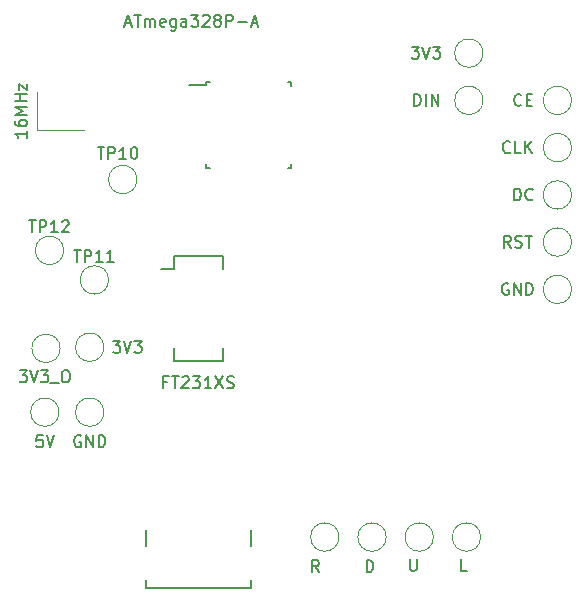
<source format=gbr>
%TF.GenerationSoftware,KiCad,Pcbnew,7.0.1*%
%TF.CreationDate,2023-07-17T15:28:08+02:00*%
%TF.ProjectId,Had_Konzole,4861645f-4b6f-46e7-9a6f-6c652e6b6963,rev?*%
%TF.SameCoordinates,Original*%
%TF.FileFunction,Legend,Top*%
%TF.FilePolarity,Positive*%
%FSLAX46Y46*%
G04 Gerber Fmt 4.6, Leading zero omitted, Abs format (unit mm)*
G04 Created by KiCad (PCBNEW 7.0.1) date 2023-07-17 15:28:08*
%MOMM*%
%LPD*%
G01*
G04 APERTURE LIST*
%ADD10C,0.150000*%
%ADD11C,0.120000*%
%ADD12C,0.127000*%
G04 APERTURE END LIST*
D10*
%TO.C,J14*%
X108261905Y-92462619D02*
X108880952Y-92462619D01*
X108880952Y-92462619D02*
X108547619Y-92843571D01*
X108547619Y-92843571D02*
X108690476Y-92843571D01*
X108690476Y-92843571D02*
X108785714Y-92891190D01*
X108785714Y-92891190D02*
X108833333Y-92938809D01*
X108833333Y-92938809D02*
X108880952Y-93034047D01*
X108880952Y-93034047D02*
X108880952Y-93272142D01*
X108880952Y-93272142D02*
X108833333Y-93367380D01*
X108833333Y-93367380D02*
X108785714Y-93415000D01*
X108785714Y-93415000D02*
X108690476Y-93462619D01*
X108690476Y-93462619D02*
X108404762Y-93462619D01*
X108404762Y-93462619D02*
X108309524Y-93415000D01*
X108309524Y-93415000D02*
X108261905Y-93367380D01*
X109166667Y-92462619D02*
X109500000Y-93462619D01*
X109500000Y-93462619D02*
X109833333Y-92462619D01*
X110071429Y-92462619D02*
X110690476Y-92462619D01*
X110690476Y-92462619D02*
X110357143Y-92843571D01*
X110357143Y-92843571D02*
X110500000Y-92843571D01*
X110500000Y-92843571D02*
X110595238Y-92891190D01*
X110595238Y-92891190D02*
X110642857Y-92938809D01*
X110642857Y-92938809D02*
X110690476Y-93034047D01*
X110690476Y-93034047D02*
X110690476Y-93272142D01*
X110690476Y-93272142D02*
X110642857Y-93367380D01*
X110642857Y-93367380D02*
X110595238Y-93415000D01*
X110595238Y-93415000D02*
X110500000Y-93462619D01*
X110500000Y-93462619D02*
X110214286Y-93462619D01*
X110214286Y-93462619D02*
X110119048Y-93415000D01*
X110119048Y-93415000D02*
X110071429Y-93367380D01*
%TO.C,J8*%
X133414286Y-110937619D02*
X133414286Y-111747142D01*
X133414286Y-111747142D02*
X133461905Y-111842380D01*
X133461905Y-111842380D02*
X133509524Y-111890000D01*
X133509524Y-111890000D02*
X133604762Y-111937619D01*
X133604762Y-111937619D02*
X133795238Y-111937619D01*
X133795238Y-111937619D02*
X133890476Y-111890000D01*
X133890476Y-111890000D02*
X133938095Y-111842380D01*
X133938095Y-111842380D02*
X133985714Y-111747142D01*
X133985714Y-111747142D02*
X133985714Y-110937619D01*
%TO.C,J13*%
X100357143Y-94962619D02*
X100976190Y-94962619D01*
X100976190Y-94962619D02*
X100642857Y-95343571D01*
X100642857Y-95343571D02*
X100785714Y-95343571D01*
X100785714Y-95343571D02*
X100880952Y-95391190D01*
X100880952Y-95391190D02*
X100928571Y-95438809D01*
X100928571Y-95438809D02*
X100976190Y-95534047D01*
X100976190Y-95534047D02*
X100976190Y-95772142D01*
X100976190Y-95772142D02*
X100928571Y-95867380D01*
X100928571Y-95867380D02*
X100880952Y-95915000D01*
X100880952Y-95915000D02*
X100785714Y-95962619D01*
X100785714Y-95962619D02*
X100500000Y-95962619D01*
X100500000Y-95962619D02*
X100404762Y-95915000D01*
X100404762Y-95915000D02*
X100357143Y-95867380D01*
X101261905Y-94962619D02*
X101595238Y-95962619D01*
X101595238Y-95962619D02*
X101928571Y-94962619D01*
X102166667Y-94962619D02*
X102785714Y-94962619D01*
X102785714Y-94962619D02*
X102452381Y-95343571D01*
X102452381Y-95343571D02*
X102595238Y-95343571D01*
X102595238Y-95343571D02*
X102690476Y-95391190D01*
X102690476Y-95391190D02*
X102738095Y-95438809D01*
X102738095Y-95438809D02*
X102785714Y-95534047D01*
X102785714Y-95534047D02*
X102785714Y-95772142D01*
X102785714Y-95772142D02*
X102738095Y-95867380D01*
X102738095Y-95867380D02*
X102690476Y-95915000D01*
X102690476Y-95915000D02*
X102595238Y-95962619D01*
X102595238Y-95962619D02*
X102309524Y-95962619D01*
X102309524Y-95962619D02*
X102214286Y-95915000D01*
X102214286Y-95915000D02*
X102166667Y-95867380D01*
X102976191Y-96057857D02*
X103738095Y-96057857D01*
X104166667Y-94962619D02*
X104357143Y-94962619D01*
X104357143Y-94962619D02*
X104452381Y-95010238D01*
X104452381Y-95010238D02*
X104547619Y-95105476D01*
X104547619Y-95105476D02*
X104595238Y-95295952D01*
X104595238Y-95295952D02*
X104595238Y-95629285D01*
X104595238Y-95629285D02*
X104547619Y-95819761D01*
X104547619Y-95819761D02*
X104452381Y-95915000D01*
X104452381Y-95915000D02*
X104357143Y-95962619D01*
X104357143Y-95962619D02*
X104166667Y-95962619D01*
X104166667Y-95962619D02*
X104071429Y-95915000D01*
X104071429Y-95915000D02*
X103976191Y-95819761D01*
X103976191Y-95819761D02*
X103928572Y-95629285D01*
X103928572Y-95629285D02*
X103928572Y-95295952D01*
X103928572Y-95295952D02*
X103976191Y-95105476D01*
X103976191Y-95105476D02*
X104071429Y-95010238D01*
X104071429Y-95010238D02*
X104166667Y-94962619D01*
%TO.C,U1*%
X109304762Y-65576904D02*
X109780952Y-65576904D01*
X109209524Y-65862619D02*
X109542857Y-64862619D01*
X109542857Y-64862619D02*
X109876190Y-65862619D01*
X110066667Y-64862619D02*
X110638095Y-64862619D01*
X110352381Y-65862619D02*
X110352381Y-64862619D01*
X110971429Y-65862619D02*
X110971429Y-65195952D01*
X110971429Y-65291190D02*
X111019048Y-65243571D01*
X111019048Y-65243571D02*
X111114286Y-65195952D01*
X111114286Y-65195952D02*
X111257143Y-65195952D01*
X111257143Y-65195952D02*
X111352381Y-65243571D01*
X111352381Y-65243571D02*
X111400000Y-65338809D01*
X111400000Y-65338809D02*
X111400000Y-65862619D01*
X111400000Y-65338809D02*
X111447619Y-65243571D01*
X111447619Y-65243571D02*
X111542857Y-65195952D01*
X111542857Y-65195952D02*
X111685714Y-65195952D01*
X111685714Y-65195952D02*
X111780953Y-65243571D01*
X111780953Y-65243571D02*
X111828572Y-65338809D01*
X111828572Y-65338809D02*
X111828572Y-65862619D01*
X112685714Y-65815000D02*
X112590476Y-65862619D01*
X112590476Y-65862619D02*
X112400000Y-65862619D01*
X112400000Y-65862619D02*
X112304762Y-65815000D01*
X112304762Y-65815000D02*
X112257143Y-65719761D01*
X112257143Y-65719761D02*
X112257143Y-65338809D01*
X112257143Y-65338809D02*
X112304762Y-65243571D01*
X112304762Y-65243571D02*
X112400000Y-65195952D01*
X112400000Y-65195952D02*
X112590476Y-65195952D01*
X112590476Y-65195952D02*
X112685714Y-65243571D01*
X112685714Y-65243571D02*
X112733333Y-65338809D01*
X112733333Y-65338809D02*
X112733333Y-65434047D01*
X112733333Y-65434047D02*
X112257143Y-65529285D01*
X113590476Y-65195952D02*
X113590476Y-66005476D01*
X113590476Y-66005476D02*
X113542857Y-66100714D01*
X113542857Y-66100714D02*
X113495238Y-66148333D01*
X113495238Y-66148333D02*
X113400000Y-66195952D01*
X113400000Y-66195952D02*
X113257143Y-66195952D01*
X113257143Y-66195952D02*
X113161905Y-66148333D01*
X113590476Y-65815000D02*
X113495238Y-65862619D01*
X113495238Y-65862619D02*
X113304762Y-65862619D01*
X113304762Y-65862619D02*
X113209524Y-65815000D01*
X113209524Y-65815000D02*
X113161905Y-65767380D01*
X113161905Y-65767380D02*
X113114286Y-65672142D01*
X113114286Y-65672142D02*
X113114286Y-65386428D01*
X113114286Y-65386428D02*
X113161905Y-65291190D01*
X113161905Y-65291190D02*
X113209524Y-65243571D01*
X113209524Y-65243571D02*
X113304762Y-65195952D01*
X113304762Y-65195952D02*
X113495238Y-65195952D01*
X113495238Y-65195952D02*
X113590476Y-65243571D01*
X114495238Y-65862619D02*
X114495238Y-65338809D01*
X114495238Y-65338809D02*
X114447619Y-65243571D01*
X114447619Y-65243571D02*
X114352381Y-65195952D01*
X114352381Y-65195952D02*
X114161905Y-65195952D01*
X114161905Y-65195952D02*
X114066667Y-65243571D01*
X114495238Y-65815000D02*
X114400000Y-65862619D01*
X114400000Y-65862619D02*
X114161905Y-65862619D01*
X114161905Y-65862619D02*
X114066667Y-65815000D01*
X114066667Y-65815000D02*
X114019048Y-65719761D01*
X114019048Y-65719761D02*
X114019048Y-65624523D01*
X114019048Y-65624523D02*
X114066667Y-65529285D01*
X114066667Y-65529285D02*
X114161905Y-65481666D01*
X114161905Y-65481666D02*
X114400000Y-65481666D01*
X114400000Y-65481666D02*
X114495238Y-65434047D01*
X114876191Y-64862619D02*
X115495238Y-64862619D01*
X115495238Y-64862619D02*
X115161905Y-65243571D01*
X115161905Y-65243571D02*
X115304762Y-65243571D01*
X115304762Y-65243571D02*
X115400000Y-65291190D01*
X115400000Y-65291190D02*
X115447619Y-65338809D01*
X115447619Y-65338809D02*
X115495238Y-65434047D01*
X115495238Y-65434047D02*
X115495238Y-65672142D01*
X115495238Y-65672142D02*
X115447619Y-65767380D01*
X115447619Y-65767380D02*
X115400000Y-65815000D01*
X115400000Y-65815000D02*
X115304762Y-65862619D01*
X115304762Y-65862619D02*
X115019048Y-65862619D01*
X115019048Y-65862619D02*
X114923810Y-65815000D01*
X114923810Y-65815000D02*
X114876191Y-65767380D01*
X115876191Y-64957857D02*
X115923810Y-64910238D01*
X115923810Y-64910238D02*
X116019048Y-64862619D01*
X116019048Y-64862619D02*
X116257143Y-64862619D01*
X116257143Y-64862619D02*
X116352381Y-64910238D01*
X116352381Y-64910238D02*
X116400000Y-64957857D01*
X116400000Y-64957857D02*
X116447619Y-65053095D01*
X116447619Y-65053095D02*
X116447619Y-65148333D01*
X116447619Y-65148333D02*
X116400000Y-65291190D01*
X116400000Y-65291190D02*
X115828572Y-65862619D01*
X115828572Y-65862619D02*
X116447619Y-65862619D01*
X117019048Y-65291190D02*
X116923810Y-65243571D01*
X116923810Y-65243571D02*
X116876191Y-65195952D01*
X116876191Y-65195952D02*
X116828572Y-65100714D01*
X116828572Y-65100714D02*
X116828572Y-65053095D01*
X116828572Y-65053095D02*
X116876191Y-64957857D01*
X116876191Y-64957857D02*
X116923810Y-64910238D01*
X116923810Y-64910238D02*
X117019048Y-64862619D01*
X117019048Y-64862619D02*
X117209524Y-64862619D01*
X117209524Y-64862619D02*
X117304762Y-64910238D01*
X117304762Y-64910238D02*
X117352381Y-64957857D01*
X117352381Y-64957857D02*
X117400000Y-65053095D01*
X117400000Y-65053095D02*
X117400000Y-65100714D01*
X117400000Y-65100714D02*
X117352381Y-65195952D01*
X117352381Y-65195952D02*
X117304762Y-65243571D01*
X117304762Y-65243571D02*
X117209524Y-65291190D01*
X117209524Y-65291190D02*
X117019048Y-65291190D01*
X117019048Y-65291190D02*
X116923810Y-65338809D01*
X116923810Y-65338809D02*
X116876191Y-65386428D01*
X116876191Y-65386428D02*
X116828572Y-65481666D01*
X116828572Y-65481666D02*
X116828572Y-65672142D01*
X116828572Y-65672142D02*
X116876191Y-65767380D01*
X116876191Y-65767380D02*
X116923810Y-65815000D01*
X116923810Y-65815000D02*
X117019048Y-65862619D01*
X117019048Y-65862619D02*
X117209524Y-65862619D01*
X117209524Y-65862619D02*
X117304762Y-65815000D01*
X117304762Y-65815000D02*
X117352381Y-65767380D01*
X117352381Y-65767380D02*
X117400000Y-65672142D01*
X117400000Y-65672142D02*
X117400000Y-65481666D01*
X117400000Y-65481666D02*
X117352381Y-65386428D01*
X117352381Y-65386428D02*
X117304762Y-65338809D01*
X117304762Y-65338809D02*
X117209524Y-65291190D01*
X117828572Y-65862619D02*
X117828572Y-64862619D01*
X117828572Y-64862619D02*
X118209524Y-64862619D01*
X118209524Y-64862619D02*
X118304762Y-64910238D01*
X118304762Y-64910238D02*
X118352381Y-64957857D01*
X118352381Y-64957857D02*
X118400000Y-65053095D01*
X118400000Y-65053095D02*
X118400000Y-65195952D01*
X118400000Y-65195952D02*
X118352381Y-65291190D01*
X118352381Y-65291190D02*
X118304762Y-65338809D01*
X118304762Y-65338809D02*
X118209524Y-65386428D01*
X118209524Y-65386428D02*
X117828572Y-65386428D01*
X118828572Y-65481666D02*
X119590477Y-65481666D01*
X120019048Y-65576904D02*
X120495238Y-65576904D01*
X119923810Y-65862619D02*
X120257143Y-64862619D01*
X120257143Y-64862619D02*
X120590476Y-65862619D01*
%TO.C,J21*%
X141738095Y-87610238D02*
X141642857Y-87562619D01*
X141642857Y-87562619D02*
X141500000Y-87562619D01*
X141500000Y-87562619D02*
X141357143Y-87610238D01*
X141357143Y-87610238D02*
X141261905Y-87705476D01*
X141261905Y-87705476D02*
X141214286Y-87800714D01*
X141214286Y-87800714D02*
X141166667Y-87991190D01*
X141166667Y-87991190D02*
X141166667Y-88134047D01*
X141166667Y-88134047D02*
X141214286Y-88324523D01*
X141214286Y-88324523D02*
X141261905Y-88419761D01*
X141261905Y-88419761D02*
X141357143Y-88515000D01*
X141357143Y-88515000D02*
X141500000Y-88562619D01*
X141500000Y-88562619D02*
X141595238Y-88562619D01*
X141595238Y-88562619D02*
X141738095Y-88515000D01*
X141738095Y-88515000D02*
X141785714Y-88467380D01*
X141785714Y-88467380D02*
X141785714Y-88134047D01*
X141785714Y-88134047D02*
X141595238Y-88134047D01*
X142214286Y-88562619D02*
X142214286Y-87562619D01*
X142214286Y-87562619D02*
X142785714Y-88562619D01*
X142785714Y-88562619D02*
X142785714Y-87562619D01*
X143261905Y-88562619D02*
X143261905Y-87562619D01*
X143261905Y-87562619D02*
X143500000Y-87562619D01*
X143500000Y-87562619D02*
X143642857Y-87610238D01*
X143642857Y-87610238D02*
X143738095Y-87705476D01*
X143738095Y-87705476D02*
X143785714Y-87800714D01*
X143785714Y-87800714D02*
X143833333Y-87991190D01*
X143833333Y-87991190D02*
X143833333Y-88134047D01*
X143833333Y-88134047D02*
X143785714Y-88324523D01*
X143785714Y-88324523D02*
X143738095Y-88419761D01*
X143738095Y-88419761D02*
X143642857Y-88515000D01*
X143642857Y-88515000D02*
X143500000Y-88562619D01*
X143500000Y-88562619D02*
X143261905Y-88562619D01*
%TO.C,J12*%
X125709523Y-112037619D02*
X125376190Y-111561428D01*
X125138095Y-112037619D02*
X125138095Y-111037619D01*
X125138095Y-111037619D02*
X125519047Y-111037619D01*
X125519047Y-111037619D02*
X125614285Y-111085238D01*
X125614285Y-111085238D02*
X125661904Y-111132857D01*
X125661904Y-111132857D02*
X125709523Y-111228095D01*
X125709523Y-111228095D02*
X125709523Y-111370952D01*
X125709523Y-111370952D02*
X125661904Y-111466190D01*
X125661904Y-111466190D02*
X125614285Y-111513809D01*
X125614285Y-111513809D02*
X125519047Y-111561428D01*
X125519047Y-111561428D02*
X125138095Y-111561428D01*
%TO.C,J16*%
X142857142Y-72467380D02*
X142809523Y-72515000D01*
X142809523Y-72515000D02*
X142666666Y-72562619D01*
X142666666Y-72562619D02*
X142571428Y-72562619D01*
X142571428Y-72562619D02*
X142428571Y-72515000D01*
X142428571Y-72515000D02*
X142333333Y-72419761D01*
X142333333Y-72419761D02*
X142285714Y-72324523D01*
X142285714Y-72324523D02*
X142238095Y-72134047D01*
X142238095Y-72134047D02*
X142238095Y-71991190D01*
X142238095Y-71991190D02*
X142285714Y-71800714D01*
X142285714Y-71800714D02*
X142333333Y-71705476D01*
X142333333Y-71705476D02*
X142428571Y-71610238D01*
X142428571Y-71610238D02*
X142571428Y-71562619D01*
X142571428Y-71562619D02*
X142666666Y-71562619D01*
X142666666Y-71562619D02*
X142809523Y-71610238D01*
X142809523Y-71610238D02*
X142857142Y-71657857D01*
X143285714Y-72038809D02*
X143619047Y-72038809D01*
X143761904Y-72562619D02*
X143285714Y-72562619D01*
X143285714Y-72562619D02*
X143285714Y-71562619D01*
X143285714Y-71562619D02*
X143761904Y-71562619D01*
%TO.C,J1*%
X102309523Y-100462619D02*
X101833333Y-100462619D01*
X101833333Y-100462619D02*
X101785714Y-100938809D01*
X101785714Y-100938809D02*
X101833333Y-100891190D01*
X101833333Y-100891190D02*
X101928571Y-100843571D01*
X101928571Y-100843571D02*
X102166666Y-100843571D01*
X102166666Y-100843571D02*
X102261904Y-100891190D01*
X102261904Y-100891190D02*
X102309523Y-100938809D01*
X102309523Y-100938809D02*
X102357142Y-101034047D01*
X102357142Y-101034047D02*
X102357142Y-101272142D01*
X102357142Y-101272142D02*
X102309523Y-101367380D01*
X102309523Y-101367380D02*
X102261904Y-101415000D01*
X102261904Y-101415000D02*
X102166666Y-101462619D01*
X102166666Y-101462619D02*
X101928571Y-101462619D01*
X101928571Y-101462619D02*
X101833333Y-101415000D01*
X101833333Y-101415000D02*
X101785714Y-101367380D01*
X102642857Y-100462619D02*
X102976190Y-101462619D01*
X102976190Y-101462619D02*
X103309523Y-100462619D01*
%TO.C,Y1*%
X100962619Y-74690476D02*
X100962619Y-75261904D01*
X100962619Y-74976190D02*
X99962619Y-74976190D01*
X99962619Y-74976190D02*
X100105476Y-75071428D01*
X100105476Y-75071428D02*
X100200714Y-75166666D01*
X100200714Y-75166666D02*
X100248333Y-75261904D01*
X99962619Y-73833333D02*
X99962619Y-74023809D01*
X99962619Y-74023809D02*
X100010238Y-74119047D01*
X100010238Y-74119047D02*
X100057857Y-74166666D01*
X100057857Y-74166666D02*
X100200714Y-74261904D01*
X100200714Y-74261904D02*
X100391190Y-74309523D01*
X100391190Y-74309523D02*
X100772142Y-74309523D01*
X100772142Y-74309523D02*
X100867380Y-74261904D01*
X100867380Y-74261904D02*
X100915000Y-74214285D01*
X100915000Y-74214285D02*
X100962619Y-74119047D01*
X100962619Y-74119047D02*
X100962619Y-73928571D01*
X100962619Y-73928571D02*
X100915000Y-73833333D01*
X100915000Y-73833333D02*
X100867380Y-73785714D01*
X100867380Y-73785714D02*
X100772142Y-73738095D01*
X100772142Y-73738095D02*
X100534047Y-73738095D01*
X100534047Y-73738095D02*
X100438809Y-73785714D01*
X100438809Y-73785714D02*
X100391190Y-73833333D01*
X100391190Y-73833333D02*
X100343571Y-73928571D01*
X100343571Y-73928571D02*
X100343571Y-74119047D01*
X100343571Y-74119047D02*
X100391190Y-74214285D01*
X100391190Y-74214285D02*
X100438809Y-74261904D01*
X100438809Y-74261904D02*
X100534047Y-74309523D01*
X100962619Y-73309523D02*
X99962619Y-73309523D01*
X99962619Y-73309523D02*
X100676904Y-72976190D01*
X100676904Y-72976190D02*
X99962619Y-72642857D01*
X99962619Y-72642857D02*
X100962619Y-72642857D01*
X100962619Y-72166666D02*
X99962619Y-72166666D01*
X100438809Y-72166666D02*
X100438809Y-71595238D01*
X100962619Y-71595238D02*
X99962619Y-71595238D01*
X100295952Y-71214285D02*
X100295952Y-70690476D01*
X100295952Y-70690476D02*
X100962619Y-71214285D01*
X100962619Y-71214285D02*
X100962619Y-70690476D01*
%TO.C,J18*%
X133776191Y-72562619D02*
X133776191Y-71562619D01*
X133776191Y-71562619D02*
X134014286Y-71562619D01*
X134014286Y-71562619D02*
X134157143Y-71610238D01*
X134157143Y-71610238D02*
X134252381Y-71705476D01*
X134252381Y-71705476D02*
X134300000Y-71800714D01*
X134300000Y-71800714D02*
X134347619Y-71991190D01*
X134347619Y-71991190D02*
X134347619Y-72134047D01*
X134347619Y-72134047D02*
X134300000Y-72324523D01*
X134300000Y-72324523D02*
X134252381Y-72419761D01*
X134252381Y-72419761D02*
X134157143Y-72515000D01*
X134157143Y-72515000D02*
X134014286Y-72562619D01*
X134014286Y-72562619D02*
X133776191Y-72562619D01*
X134776191Y-72562619D02*
X134776191Y-71562619D01*
X135252381Y-72562619D02*
X135252381Y-71562619D01*
X135252381Y-71562619D02*
X135823809Y-72562619D01*
X135823809Y-72562619D02*
X135823809Y-71562619D01*
%TO.C,J10*%
X138209523Y-111937619D02*
X137733333Y-111937619D01*
X137733333Y-111937619D02*
X137733333Y-110937619D01*
%TO.C,TP11*%
X104961905Y-84764619D02*
X105533333Y-84764619D01*
X105247619Y-85764619D02*
X105247619Y-84764619D01*
X105866667Y-85764619D02*
X105866667Y-84764619D01*
X105866667Y-84764619D02*
X106247619Y-84764619D01*
X106247619Y-84764619D02*
X106342857Y-84812238D01*
X106342857Y-84812238D02*
X106390476Y-84859857D01*
X106390476Y-84859857D02*
X106438095Y-84955095D01*
X106438095Y-84955095D02*
X106438095Y-85097952D01*
X106438095Y-85097952D02*
X106390476Y-85193190D01*
X106390476Y-85193190D02*
X106342857Y-85240809D01*
X106342857Y-85240809D02*
X106247619Y-85288428D01*
X106247619Y-85288428D02*
X105866667Y-85288428D01*
X107390476Y-85764619D02*
X106819048Y-85764619D01*
X107104762Y-85764619D02*
X107104762Y-84764619D01*
X107104762Y-84764619D02*
X107009524Y-84907476D01*
X107009524Y-84907476D02*
X106914286Y-85002714D01*
X106914286Y-85002714D02*
X106819048Y-85050333D01*
X108342857Y-85764619D02*
X107771429Y-85764619D01*
X108057143Y-85764619D02*
X108057143Y-84764619D01*
X108057143Y-84764619D02*
X107961905Y-84907476D01*
X107961905Y-84907476D02*
X107866667Y-85002714D01*
X107866667Y-85002714D02*
X107771429Y-85050333D01*
%TO.C,U2*%
X112880952Y-95938809D02*
X112547619Y-95938809D01*
X112547619Y-96462619D02*
X112547619Y-95462619D01*
X112547619Y-95462619D02*
X113023809Y-95462619D01*
X113261905Y-95462619D02*
X113833333Y-95462619D01*
X113547619Y-96462619D02*
X113547619Y-95462619D01*
X114119048Y-95557857D02*
X114166667Y-95510238D01*
X114166667Y-95510238D02*
X114261905Y-95462619D01*
X114261905Y-95462619D02*
X114500000Y-95462619D01*
X114500000Y-95462619D02*
X114595238Y-95510238D01*
X114595238Y-95510238D02*
X114642857Y-95557857D01*
X114642857Y-95557857D02*
X114690476Y-95653095D01*
X114690476Y-95653095D02*
X114690476Y-95748333D01*
X114690476Y-95748333D02*
X114642857Y-95891190D01*
X114642857Y-95891190D02*
X114071429Y-96462619D01*
X114071429Y-96462619D02*
X114690476Y-96462619D01*
X115023810Y-95462619D02*
X115642857Y-95462619D01*
X115642857Y-95462619D02*
X115309524Y-95843571D01*
X115309524Y-95843571D02*
X115452381Y-95843571D01*
X115452381Y-95843571D02*
X115547619Y-95891190D01*
X115547619Y-95891190D02*
X115595238Y-95938809D01*
X115595238Y-95938809D02*
X115642857Y-96034047D01*
X115642857Y-96034047D02*
X115642857Y-96272142D01*
X115642857Y-96272142D02*
X115595238Y-96367380D01*
X115595238Y-96367380D02*
X115547619Y-96415000D01*
X115547619Y-96415000D02*
X115452381Y-96462619D01*
X115452381Y-96462619D02*
X115166667Y-96462619D01*
X115166667Y-96462619D02*
X115071429Y-96415000D01*
X115071429Y-96415000D02*
X115023810Y-96367380D01*
X116595238Y-96462619D02*
X116023810Y-96462619D01*
X116309524Y-96462619D02*
X116309524Y-95462619D01*
X116309524Y-95462619D02*
X116214286Y-95605476D01*
X116214286Y-95605476D02*
X116119048Y-95700714D01*
X116119048Y-95700714D02*
X116023810Y-95748333D01*
X116928572Y-95462619D02*
X117595238Y-96462619D01*
X117595238Y-95462619D02*
X116928572Y-96462619D01*
X117928572Y-96415000D02*
X118071429Y-96462619D01*
X118071429Y-96462619D02*
X118309524Y-96462619D01*
X118309524Y-96462619D02*
X118404762Y-96415000D01*
X118404762Y-96415000D02*
X118452381Y-96367380D01*
X118452381Y-96367380D02*
X118500000Y-96272142D01*
X118500000Y-96272142D02*
X118500000Y-96176904D01*
X118500000Y-96176904D02*
X118452381Y-96081666D01*
X118452381Y-96081666D02*
X118404762Y-96034047D01*
X118404762Y-96034047D02*
X118309524Y-95986428D01*
X118309524Y-95986428D02*
X118119048Y-95938809D01*
X118119048Y-95938809D02*
X118023810Y-95891190D01*
X118023810Y-95891190D02*
X117976191Y-95843571D01*
X117976191Y-95843571D02*
X117928572Y-95748333D01*
X117928572Y-95748333D02*
X117928572Y-95653095D01*
X117928572Y-95653095D02*
X117976191Y-95557857D01*
X117976191Y-95557857D02*
X118023810Y-95510238D01*
X118023810Y-95510238D02*
X118119048Y-95462619D01*
X118119048Y-95462619D02*
X118357143Y-95462619D01*
X118357143Y-95462619D02*
X118500000Y-95510238D01*
%TO.C,J19*%
X141904761Y-76467380D02*
X141857142Y-76515000D01*
X141857142Y-76515000D02*
X141714285Y-76562619D01*
X141714285Y-76562619D02*
X141619047Y-76562619D01*
X141619047Y-76562619D02*
X141476190Y-76515000D01*
X141476190Y-76515000D02*
X141380952Y-76419761D01*
X141380952Y-76419761D02*
X141333333Y-76324523D01*
X141333333Y-76324523D02*
X141285714Y-76134047D01*
X141285714Y-76134047D02*
X141285714Y-75991190D01*
X141285714Y-75991190D02*
X141333333Y-75800714D01*
X141333333Y-75800714D02*
X141380952Y-75705476D01*
X141380952Y-75705476D02*
X141476190Y-75610238D01*
X141476190Y-75610238D02*
X141619047Y-75562619D01*
X141619047Y-75562619D02*
X141714285Y-75562619D01*
X141714285Y-75562619D02*
X141857142Y-75610238D01*
X141857142Y-75610238D02*
X141904761Y-75657857D01*
X142809523Y-76562619D02*
X142333333Y-76562619D01*
X142333333Y-76562619D02*
X142333333Y-75562619D01*
X143142857Y-76562619D02*
X143142857Y-75562619D01*
X143714285Y-76562619D02*
X143285714Y-75991190D01*
X143714285Y-75562619D02*
X143142857Y-76134047D01*
%TO.C,J3*%
X141952380Y-84562619D02*
X141619047Y-84086428D01*
X141380952Y-84562619D02*
X141380952Y-83562619D01*
X141380952Y-83562619D02*
X141761904Y-83562619D01*
X141761904Y-83562619D02*
X141857142Y-83610238D01*
X141857142Y-83610238D02*
X141904761Y-83657857D01*
X141904761Y-83657857D02*
X141952380Y-83753095D01*
X141952380Y-83753095D02*
X141952380Y-83895952D01*
X141952380Y-83895952D02*
X141904761Y-83991190D01*
X141904761Y-83991190D02*
X141857142Y-84038809D01*
X141857142Y-84038809D02*
X141761904Y-84086428D01*
X141761904Y-84086428D02*
X141380952Y-84086428D01*
X142333333Y-84515000D02*
X142476190Y-84562619D01*
X142476190Y-84562619D02*
X142714285Y-84562619D01*
X142714285Y-84562619D02*
X142809523Y-84515000D01*
X142809523Y-84515000D02*
X142857142Y-84467380D01*
X142857142Y-84467380D02*
X142904761Y-84372142D01*
X142904761Y-84372142D02*
X142904761Y-84276904D01*
X142904761Y-84276904D02*
X142857142Y-84181666D01*
X142857142Y-84181666D02*
X142809523Y-84134047D01*
X142809523Y-84134047D02*
X142714285Y-84086428D01*
X142714285Y-84086428D02*
X142523809Y-84038809D01*
X142523809Y-84038809D02*
X142428571Y-83991190D01*
X142428571Y-83991190D02*
X142380952Y-83943571D01*
X142380952Y-83943571D02*
X142333333Y-83848333D01*
X142333333Y-83848333D02*
X142333333Y-83753095D01*
X142333333Y-83753095D02*
X142380952Y-83657857D01*
X142380952Y-83657857D02*
X142428571Y-83610238D01*
X142428571Y-83610238D02*
X142523809Y-83562619D01*
X142523809Y-83562619D02*
X142761904Y-83562619D01*
X142761904Y-83562619D02*
X142904761Y-83610238D01*
X143190476Y-83562619D02*
X143761904Y-83562619D01*
X143476190Y-84562619D02*
X143476190Y-83562619D01*
%TO.C,TP10*%
X106961905Y-76062619D02*
X107533333Y-76062619D01*
X107247619Y-77062619D02*
X107247619Y-76062619D01*
X107866667Y-77062619D02*
X107866667Y-76062619D01*
X107866667Y-76062619D02*
X108247619Y-76062619D01*
X108247619Y-76062619D02*
X108342857Y-76110238D01*
X108342857Y-76110238D02*
X108390476Y-76157857D01*
X108390476Y-76157857D02*
X108438095Y-76253095D01*
X108438095Y-76253095D02*
X108438095Y-76395952D01*
X108438095Y-76395952D02*
X108390476Y-76491190D01*
X108390476Y-76491190D02*
X108342857Y-76538809D01*
X108342857Y-76538809D02*
X108247619Y-76586428D01*
X108247619Y-76586428D02*
X107866667Y-76586428D01*
X109390476Y-77062619D02*
X108819048Y-77062619D01*
X109104762Y-77062619D02*
X109104762Y-76062619D01*
X109104762Y-76062619D02*
X109009524Y-76205476D01*
X109009524Y-76205476D02*
X108914286Y-76300714D01*
X108914286Y-76300714D02*
X108819048Y-76348333D01*
X110009524Y-76062619D02*
X110104762Y-76062619D01*
X110104762Y-76062619D02*
X110200000Y-76110238D01*
X110200000Y-76110238D02*
X110247619Y-76157857D01*
X110247619Y-76157857D02*
X110295238Y-76253095D01*
X110295238Y-76253095D02*
X110342857Y-76443571D01*
X110342857Y-76443571D02*
X110342857Y-76681666D01*
X110342857Y-76681666D02*
X110295238Y-76872142D01*
X110295238Y-76872142D02*
X110247619Y-76967380D01*
X110247619Y-76967380D02*
X110200000Y-77015000D01*
X110200000Y-77015000D02*
X110104762Y-77062619D01*
X110104762Y-77062619D02*
X110009524Y-77062619D01*
X110009524Y-77062619D02*
X109914286Y-77015000D01*
X109914286Y-77015000D02*
X109866667Y-76967380D01*
X109866667Y-76967380D02*
X109819048Y-76872142D01*
X109819048Y-76872142D02*
X109771429Y-76681666D01*
X109771429Y-76681666D02*
X109771429Y-76443571D01*
X109771429Y-76443571D02*
X109819048Y-76253095D01*
X109819048Y-76253095D02*
X109866667Y-76157857D01*
X109866667Y-76157857D02*
X109914286Y-76110238D01*
X109914286Y-76110238D02*
X110009524Y-76062619D01*
%TO.C,TP12*%
X101161905Y-82264619D02*
X101733333Y-82264619D01*
X101447619Y-83264619D02*
X101447619Y-82264619D01*
X102066667Y-83264619D02*
X102066667Y-82264619D01*
X102066667Y-82264619D02*
X102447619Y-82264619D01*
X102447619Y-82264619D02*
X102542857Y-82312238D01*
X102542857Y-82312238D02*
X102590476Y-82359857D01*
X102590476Y-82359857D02*
X102638095Y-82455095D01*
X102638095Y-82455095D02*
X102638095Y-82597952D01*
X102638095Y-82597952D02*
X102590476Y-82693190D01*
X102590476Y-82693190D02*
X102542857Y-82740809D01*
X102542857Y-82740809D02*
X102447619Y-82788428D01*
X102447619Y-82788428D02*
X102066667Y-82788428D01*
X103590476Y-83264619D02*
X103019048Y-83264619D01*
X103304762Y-83264619D02*
X103304762Y-82264619D01*
X103304762Y-82264619D02*
X103209524Y-82407476D01*
X103209524Y-82407476D02*
X103114286Y-82502714D01*
X103114286Y-82502714D02*
X103019048Y-82550333D01*
X103971429Y-82359857D02*
X104019048Y-82312238D01*
X104019048Y-82312238D02*
X104114286Y-82264619D01*
X104114286Y-82264619D02*
X104352381Y-82264619D01*
X104352381Y-82264619D02*
X104447619Y-82312238D01*
X104447619Y-82312238D02*
X104495238Y-82359857D01*
X104495238Y-82359857D02*
X104542857Y-82455095D01*
X104542857Y-82455095D02*
X104542857Y-82550333D01*
X104542857Y-82550333D02*
X104495238Y-82693190D01*
X104495238Y-82693190D02*
X103923810Y-83264619D01*
X103923810Y-83264619D02*
X104542857Y-83264619D01*
%TO.C,J15*%
X105538095Y-100510238D02*
X105442857Y-100462619D01*
X105442857Y-100462619D02*
X105300000Y-100462619D01*
X105300000Y-100462619D02*
X105157143Y-100510238D01*
X105157143Y-100510238D02*
X105061905Y-100605476D01*
X105061905Y-100605476D02*
X105014286Y-100700714D01*
X105014286Y-100700714D02*
X104966667Y-100891190D01*
X104966667Y-100891190D02*
X104966667Y-101034047D01*
X104966667Y-101034047D02*
X105014286Y-101224523D01*
X105014286Y-101224523D02*
X105061905Y-101319761D01*
X105061905Y-101319761D02*
X105157143Y-101415000D01*
X105157143Y-101415000D02*
X105300000Y-101462619D01*
X105300000Y-101462619D02*
X105395238Y-101462619D01*
X105395238Y-101462619D02*
X105538095Y-101415000D01*
X105538095Y-101415000D02*
X105585714Y-101367380D01*
X105585714Y-101367380D02*
X105585714Y-101034047D01*
X105585714Y-101034047D02*
X105395238Y-101034047D01*
X106014286Y-101462619D02*
X106014286Y-100462619D01*
X106014286Y-100462619D02*
X106585714Y-101462619D01*
X106585714Y-101462619D02*
X106585714Y-100462619D01*
X107061905Y-101462619D02*
X107061905Y-100462619D01*
X107061905Y-100462619D02*
X107300000Y-100462619D01*
X107300000Y-100462619D02*
X107442857Y-100510238D01*
X107442857Y-100510238D02*
X107538095Y-100605476D01*
X107538095Y-100605476D02*
X107585714Y-100700714D01*
X107585714Y-100700714D02*
X107633333Y-100891190D01*
X107633333Y-100891190D02*
X107633333Y-101034047D01*
X107633333Y-101034047D02*
X107585714Y-101224523D01*
X107585714Y-101224523D02*
X107538095Y-101319761D01*
X107538095Y-101319761D02*
X107442857Y-101415000D01*
X107442857Y-101415000D02*
X107300000Y-101462619D01*
X107300000Y-101462619D02*
X107061905Y-101462619D01*
%TO.C,J20*%
X133561905Y-67562619D02*
X134180952Y-67562619D01*
X134180952Y-67562619D02*
X133847619Y-67943571D01*
X133847619Y-67943571D02*
X133990476Y-67943571D01*
X133990476Y-67943571D02*
X134085714Y-67991190D01*
X134085714Y-67991190D02*
X134133333Y-68038809D01*
X134133333Y-68038809D02*
X134180952Y-68134047D01*
X134180952Y-68134047D02*
X134180952Y-68372142D01*
X134180952Y-68372142D02*
X134133333Y-68467380D01*
X134133333Y-68467380D02*
X134085714Y-68515000D01*
X134085714Y-68515000D02*
X133990476Y-68562619D01*
X133990476Y-68562619D02*
X133704762Y-68562619D01*
X133704762Y-68562619D02*
X133609524Y-68515000D01*
X133609524Y-68515000D02*
X133561905Y-68467380D01*
X134466667Y-67562619D02*
X134800000Y-68562619D01*
X134800000Y-68562619D02*
X135133333Y-67562619D01*
X135371429Y-67562619D02*
X135990476Y-67562619D01*
X135990476Y-67562619D02*
X135657143Y-67943571D01*
X135657143Y-67943571D02*
X135800000Y-67943571D01*
X135800000Y-67943571D02*
X135895238Y-67991190D01*
X135895238Y-67991190D02*
X135942857Y-68038809D01*
X135942857Y-68038809D02*
X135990476Y-68134047D01*
X135990476Y-68134047D02*
X135990476Y-68372142D01*
X135990476Y-68372142D02*
X135942857Y-68467380D01*
X135942857Y-68467380D02*
X135895238Y-68515000D01*
X135895238Y-68515000D02*
X135800000Y-68562619D01*
X135800000Y-68562619D02*
X135514286Y-68562619D01*
X135514286Y-68562619D02*
X135419048Y-68515000D01*
X135419048Y-68515000D02*
X135371429Y-68467380D01*
%TO.C,J17*%
X142238095Y-80562619D02*
X142238095Y-79562619D01*
X142238095Y-79562619D02*
X142476190Y-79562619D01*
X142476190Y-79562619D02*
X142619047Y-79610238D01*
X142619047Y-79610238D02*
X142714285Y-79705476D01*
X142714285Y-79705476D02*
X142761904Y-79800714D01*
X142761904Y-79800714D02*
X142809523Y-79991190D01*
X142809523Y-79991190D02*
X142809523Y-80134047D01*
X142809523Y-80134047D02*
X142761904Y-80324523D01*
X142761904Y-80324523D02*
X142714285Y-80419761D01*
X142714285Y-80419761D02*
X142619047Y-80515000D01*
X142619047Y-80515000D02*
X142476190Y-80562619D01*
X142476190Y-80562619D02*
X142238095Y-80562619D01*
X143809523Y-80467380D02*
X143761904Y-80515000D01*
X143761904Y-80515000D02*
X143619047Y-80562619D01*
X143619047Y-80562619D02*
X143523809Y-80562619D01*
X143523809Y-80562619D02*
X143380952Y-80515000D01*
X143380952Y-80515000D02*
X143285714Y-80419761D01*
X143285714Y-80419761D02*
X143238095Y-80324523D01*
X143238095Y-80324523D02*
X143190476Y-80134047D01*
X143190476Y-80134047D02*
X143190476Y-79991190D01*
X143190476Y-79991190D02*
X143238095Y-79800714D01*
X143238095Y-79800714D02*
X143285714Y-79705476D01*
X143285714Y-79705476D02*
X143380952Y-79610238D01*
X143380952Y-79610238D02*
X143523809Y-79562619D01*
X143523809Y-79562619D02*
X143619047Y-79562619D01*
X143619047Y-79562619D02*
X143761904Y-79610238D01*
X143761904Y-79610238D02*
X143809523Y-79657857D01*
%TO.C,J5*%
X129738095Y-112037619D02*
X129738095Y-111037619D01*
X129738095Y-111037619D02*
X129976190Y-111037619D01*
X129976190Y-111037619D02*
X130119047Y-111085238D01*
X130119047Y-111085238D02*
X130214285Y-111180476D01*
X130214285Y-111180476D02*
X130261904Y-111275714D01*
X130261904Y-111275714D02*
X130309523Y-111466190D01*
X130309523Y-111466190D02*
X130309523Y-111609047D01*
X130309523Y-111609047D02*
X130261904Y-111799523D01*
X130261904Y-111799523D02*
X130214285Y-111894761D01*
X130214285Y-111894761D02*
X130119047Y-111990000D01*
X130119047Y-111990000D02*
X129976190Y-112037619D01*
X129976190Y-112037619D02*
X129738095Y-112037619D01*
D11*
%TO.C,J14*%
X107500000Y-93000000D02*
G75*
G03*
X107500000Y-93000000I-1200000J0D01*
G01*
%TO.C,J8*%
X135400000Y-109075000D02*
G75*
G03*
X135400000Y-109075000I-1200000J0D01*
G01*
%TO.C,J13*%
X103800000Y-93100000D02*
G75*
G03*
X103800000Y-93100000I-1200000J0D01*
G01*
D10*
%TO.C,U1*%
X116125000Y-70575000D02*
X116125000Y-70800000D01*
X116125000Y-70575000D02*
X116450000Y-70575000D01*
X116125000Y-70800000D02*
X114700000Y-70800000D01*
X116125000Y-77825000D02*
X116125000Y-77500000D01*
X116125000Y-77825000D02*
X116450000Y-77825000D01*
X123375000Y-70575000D02*
X123050000Y-70575000D01*
X123375000Y-70575000D02*
X123375000Y-70900000D01*
X123375000Y-77825000D02*
X123050000Y-77825000D01*
X123375000Y-77825000D02*
X123375000Y-77500000D01*
D11*
%TO.C,J21*%
X147100000Y-88100000D02*
G75*
G03*
X147100000Y-88100000I-1200000J0D01*
G01*
%TO.C,J12*%
X127400000Y-109075000D02*
G75*
G03*
X127400000Y-109075000I-1200000J0D01*
G01*
%TO.C,J16*%
X147100000Y-72100000D02*
G75*
G03*
X147100000Y-72100000I-1200000J0D01*
G01*
%TO.C,J1*%
X103700000Y-98500000D02*
G75*
G03*
X103700000Y-98500000I-1200000J0D01*
G01*
%TO.C,Y1*%
X101850000Y-71350000D02*
X101850000Y-74650000D01*
X101850000Y-74650000D02*
X105850000Y-74650000D01*
%TO.C,J18*%
X139600000Y-72100000D02*
G75*
G03*
X139600000Y-72100000I-1200000J0D01*
G01*
%TO.C,J10*%
X139400000Y-109075000D02*
G75*
G03*
X139400000Y-109075000I-1200000J0D01*
G01*
%TO.C,TP11*%
X107900000Y-87300000D02*
G75*
G03*
X107900000Y-87300000I-1200000J0D01*
G01*
D12*
%TO.C,J4*%
X111030000Y-109855000D02*
X111030000Y-108495000D01*
X111030000Y-113375000D02*
X111030000Y-112695000D01*
X119970000Y-108495000D02*
X119970000Y-109855000D01*
X119970000Y-112695000D02*
X119970000Y-113375000D01*
X119970000Y-113375000D02*
X111030000Y-113375000D01*
D10*
%TO.C,U2*%
X113425000Y-85247500D02*
X117575000Y-85247500D01*
X113425000Y-86357500D02*
X112300000Y-86357500D01*
X113425000Y-86357500D02*
X113425000Y-85247500D01*
X113425000Y-94197500D02*
X113425000Y-93087500D01*
X113425000Y-94197500D02*
X117575000Y-94197500D01*
X117575000Y-85247500D02*
X117575000Y-86357500D01*
X117575000Y-94197500D02*
X117575000Y-93087500D01*
D11*
%TO.C,J19*%
X147100000Y-76100000D02*
G75*
G03*
X147100000Y-76100000I-1200000J0D01*
G01*
%TO.C,J3*%
X147100000Y-84100000D02*
G75*
G03*
X147100000Y-84100000I-1200000J0D01*
G01*
%TO.C,TP10*%
X110300000Y-78800000D02*
G75*
G03*
X110300000Y-78800000I-1200000J0D01*
G01*
%TO.C,TP12*%
X104100000Y-84800000D02*
G75*
G03*
X104100000Y-84800000I-1200000J0D01*
G01*
%TO.C,J15*%
X107500000Y-98500000D02*
G75*
G03*
X107500000Y-98500000I-1200000J0D01*
G01*
%TO.C,J20*%
X139600000Y-68100000D02*
G75*
G03*
X139600000Y-68100000I-1200000J0D01*
G01*
%TO.C,J17*%
X147100000Y-80100000D02*
G75*
G03*
X147100000Y-80100000I-1200000J0D01*
G01*
%TO.C,J5*%
X131400000Y-109075000D02*
G75*
G03*
X131400000Y-109075000I-1200000J0D01*
G01*
%TD*%
M02*

</source>
